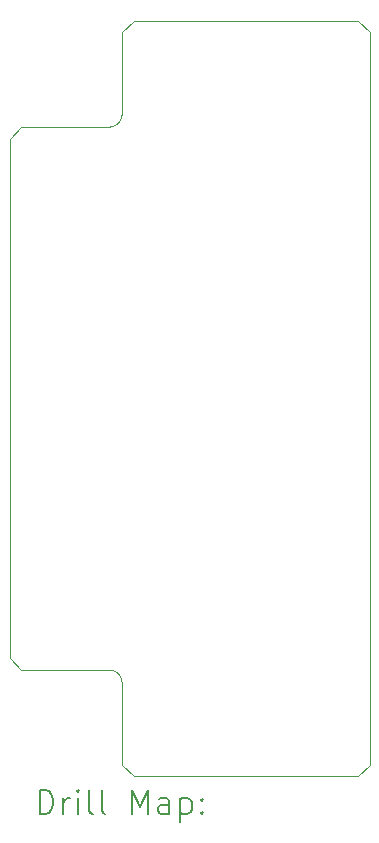
<source format=gbr>
%TF.GenerationSoftware,KiCad,Pcbnew,9.0.2*%
%TF.CreationDate,2025-07-21T23:07:32-07:00*%
%TF.ProjectId,servo-drive,73657276-6f2d-4647-9269-76652e6b6963,rev?*%
%TF.SameCoordinates,Original*%
%TF.FileFunction,Drillmap*%
%TF.FilePolarity,Positive*%
%FSLAX45Y45*%
G04 Gerber Fmt 4.5, Leading zero omitted, Abs format (unit mm)*
G04 Created by KiCad (PCBNEW 9.0.2) date 2025-07-21 23:07:32*
%MOMM*%
%LPD*%
G01*
G04 APERTURE LIST*
%ADD10C,0.100000*%
%ADD11C,0.200000*%
G04 APERTURE END LIST*
D10*
X13200000Y-7550000D02*
X13300000Y-7450000D01*
X15300000Y-13750000D02*
X15200000Y-13850000D01*
X15200000Y-13850000D02*
X13300000Y-13850000D01*
X15200000Y-7450000D02*
X15300000Y-7550000D01*
X13200000Y-8250000D02*
X13200000Y-7550000D01*
X12250000Y-12850000D02*
X12250000Y-8450000D01*
X12250000Y-8450000D02*
X12350000Y-8350000D01*
X13100000Y-12950000D02*
X12350000Y-12950000D01*
X13200000Y-8250000D02*
G75*
G02*
X13100000Y-8350000I-100000J0D01*
G01*
X12350000Y-8350000D02*
X13100000Y-8350000D01*
X13200000Y-13750000D02*
X13200000Y-13050000D01*
X15300000Y-7550000D02*
X15300000Y-13750000D01*
X13300000Y-7450000D02*
X15200000Y-7450000D01*
X13300000Y-13850000D02*
X13200000Y-13750000D01*
X12350000Y-12950000D02*
X12250000Y-12850000D01*
X13100000Y-12950000D02*
G75*
G02*
X13200000Y-13050000I0J-100000D01*
G01*
D11*
X12505777Y-14166484D02*
X12505777Y-13966484D01*
X12505777Y-13966484D02*
X12553396Y-13966484D01*
X12553396Y-13966484D02*
X12581967Y-13976008D01*
X12581967Y-13976008D02*
X12601015Y-13995055D01*
X12601015Y-13995055D02*
X12610539Y-14014103D01*
X12610539Y-14014103D02*
X12620062Y-14052198D01*
X12620062Y-14052198D02*
X12620062Y-14080769D01*
X12620062Y-14080769D02*
X12610539Y-14118865D01*
X12610539Y-14118865D02*
X12601015Y-14137912D01*
X12601015Y-14137912D02*
X12581967Y-14156960D01*
X12581967Y-14156960D02*
X12553396Y-14166484D01*
X12553396Y-14166484D02*
X12505777Y-14166484D01*
X12705777Y-14166484D02*
X12705777Y-14033150D01*
X12705777Y-14071246D02*
X12715301Y-14052198D01*
X12715301Y-14052198D02*
X12724824Y-14042674D01*
X12724824Y-14042674D02*
X12743872Y-14033150D01*
X12743872Y-14033150D02*
X12762920Y-14033150D01*
X12829586Y-14166484D02*
X12829586Y-14033150D01*
X12829586Y-13966484D02*
X12820062Y-13976008D01*
X12820062Y-13976008D02*
X12829586Y-13985531D01*
X12829586Y-13985531D02*
X12839110Y-13976008D01*
X12839110Y-13976008D02*
X12829586Y-13966484D01*
X12829586Y-13966484D02*
X12829586Y-13985531D01*
X12953396Y-14166484D02*
X12934348Y-14156960D01*
X12934348Y-14156960D02*
X12924824Y-14137912D01*
X12924824Y-14137912D02*
X12924824Y-13966484D01*
X13058158Y-14166484D02*
X13039110Y-14156960D01*
X13039110Y-14156960D02*
X13029586Y-14137912D01*
X13029586Y-14137912D02*
X13029586Y-13966484D01*
X13286729Y-14166484D02*
X13286729Y-13966484D01*
X13286729Y-13966484D02*
X13353396Y-14109341D01*
X13353396Y-14109341D02*
X13420062Y-13966484D01*
X13420062Y-13966484D02*
X13420062Y-14166484D01*
X13601015Y-14166484D02*
X13601015Y-14061722D01*
X13601015Y-14061722D02*
X13591491Y-14042674D01*
X13591491Y-14042674D02*
X13572443Y-14033150D01*
X13572443Y-14033150D02*
X13534348Y-14033150D01*
X13534348Y-14033150D02*
X13515301Y-14042674D01*
X13601015Y-14156960D02*
X13581967Y-14166484D01*
X13581967Y-14166484D02*
X13534348Y-14166484D01*
X13534348Y-14166484D02*
X13515301Y-14156960D01*
X13515301Y-14156960D02*
X13505777Y-14137912D01*
X13505777Y-14137912D02*
X13505777Y-14118865D01*
X13505777Y-14118865D02*
X13515301Y-14099817D01*
X13515301Y-14099817D02*
X13534348Y-14090293D01*
X13534348Y-14090293D02*
X13581967Y-14090293D01*
X13581967Y-14090293D02*
X13601015Y-14080769D01*
X13696253Y-14033150D02*
X13696253Y-14233150D01*
X13696253Y-14042674D02*
X13715301Y-14033150D01*
X13715301Y-14033150D02*
X13753396Y-14033150D01*
X13753396Y-14033150D02*
X13772443Y-14042674D01*
X13772443Y-14042674D02*
X13781967Y-14052198D01*
X13781967Y-14052198D02*
X13791491Y-14071246D01*
X13791491Y-14071246D02*
X13791491Y-14128388D01*
X13791491Y-14128388D02*
X13781967Y-14147436D01*
X13781967Y-14147436D02*
X13772443Y-14156960D01*
X13772443Y-14156960D02*
X13753396Y-14166484D01*
X13753396Y-14166484D02*
X13715301Y-14166484D01*
X13715301Y-14166484D02*
X13696253Y-14156960D01*
X13877205Y-14147436D02*
X13886729Y-14156960D01*
X13886729Y-14156960D02*
X13877205Y-14166484D01*
X13877205Y-14166484D02*
X13867682Y-14156960D01*
X13867682Y-14156960D02*
X13877205Y-14147436D01*
X13877205Y-14147436D02*
X13877205Y-14166484D01*
X13877205Y-14042674D02*
X13886729Y-14052198D01*
X13886729Y-14052198D02*
X13877205Y-14061722D01*
X13877205Y-14061722D02*
X13867682Y-14052198D01*
X13867682Y-14052198D02*
X13877205Y-14042674D01*
X13877205Y-14042674D02*
X13877205Y-14061722D01*
M02*

</source>
